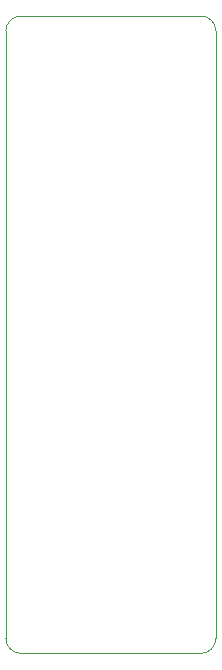
<source format=gbr>
G04 #@! TF.GenerationSoftware,KiCad,Pcbnew,(5.1.2)-1*
G04 #@! TF.CreationDate,2019-05-25T09:46:59-07:00*
G04 #@! TF.ProjectId,programmer,70726f67-7261-46d6-9d65-722e6b696361,rev?*
G04 #@! TF.SameCoordinates,Original*
G04 #@! TF.FileFunction,Profile,NP*
%FSLAX46Y46*%
G04 Gerber Fmt 4.6, Leading zero omitted, Abs format (unit mm)*
G04 Created by KiCad (PCBNEW (5.1.2)-1) date 2019-05-25 09:46:59*
%MOMM*%
%LPD*%
G04 APERTURE LIST*
%ADD10C,0.101600*%
G04 APERTURE END LIST*
D10*
X20320000Y-66040000D02*
G75*
G02X19050000Y-64770000I0J1270000D01*
G01*
X36830000Y-64770000D02*
G75*
G02X35560000Y-66040000I-1270000J0D01*
G01*
X35560000Y-12065000D02*
G75*
G02X36830000Y-13335000I0J-1270000D01*
G01*
X19050000Y-13335000D02*
G75*
G02X20320000Y-12065000I1270000J0D01*
G01*
X35560000Y-12065000D02*
X20320000Y-12065000D01*
X36830000Y-64770000D02*
X36830000Y-13335000D01*
X20320000Y-66040000D02*
X35560000Y-66040000D01*
X19050000Y-13335000D02*
X19050000Y-64770000D01*
M02*

</source>
